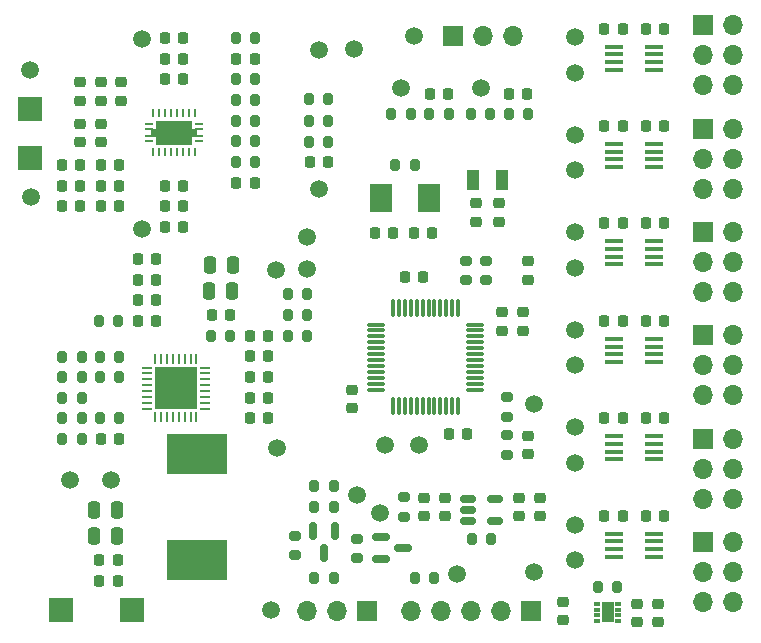
<source format=gbr>
%TF.GenerationSoftware,KiCad,Pcbnew,8.0.7*%
%TF.CreationDate,2025-01-12T17:23:01+01:00*%
%TF.ProjectId,MermaidControlUnit,4d65726d-6169-4644-936f-6e74726f6c55,rev?*%
%TF.SameCoordinates,PXb2564c0PY59d60c0*%
%TF.FileFunction,Soldermask,Top*%
%TF.FilePolarity,Negative*%
%FSLAX46Y46*%
G04 Gerber Fmt 4.6, Leading zero omitted, Abs format (unit mm)*
G04 Created by KiCad (PCBNEW 8.0.7) date 2025-01-12 17:23:01*
%MOMM*%
%LPD*%
G01*
G04 APERTURE LIST*
G04 Aperture macros list*
%AMRoundRect*
0 Rectangle with rounded corners*
0 $1 Rounding radius*
0 $2 $3 $4 $5 $6 $7 $8 $9 X,Y pos of 4 corners*
0 Add a 4 corners polygon primitive as box body*
4,1,4,$2,$3,$4,$5,$6,$7,$8,$9,$2,$3,0*
0 Add four circle primitives for the rounded corners*
1,1,$1+$1,$2,$3*
1,1,$1+$1,$4,$5*
1,1,$1+$1,$6,$7*
1,1,$1+$1,$8,$9*
0 Add four rect primitives between the rounded corners*
20,1,$1+$1,$2,$3,$4,$5,0*
20,1,$1+$1,$4,$5,$6,$7,0*
20,1,$1+$1,$6,$7,$8,$9,0*
20,1,$1+$1,$8,$9,$2,$3,0*%
%AMFreePoly0*
4,1,13,0.375000,1.525000,1.025000,1.525000,1.025000,-1.525000,0.375000,-1.525000,0.375000,-1.925000,-0.375000,-1.925000,-0.375000,-1.525000,-1.025000,-1.525000,-1.025000,1.525000,-0.375000,1.525000,-0.375000,1.925000,0.375000,1.925000,0.375000,1.525000,0.375000,1.525000,$1*%
G04 Aperture macros list end*
%ADD10R,2.000000X2.000000*%
%ADD11RoundRect,0.225000X-0.250000X0.225000X-0.250000X-0.225000X0.250000X-0.225000X0.250000X0.225000X0*%
%ADD12R,1.700000X1.700000*%
%ADD13O,1.700000X1.700000*%
%ADD14RoundRect,0.200000X-0.200000X-0.275000X0.200000X-0.275000X0.200000X0.275000X-0.200000X0.275000X0*%
%ADD15RoundRect,0.200000X0.200000X0.275000X-0.200000X0.275000X-0.200000X-0.275000X0.200000X-0.275000X0*%
%ADD16C,1.500000*%
%ADD17R,1.000000X1.800000*%
%ADD18RoundRect,0.250000X-0.250000X-0.475000X0.250000X-0.475000X0.250000X0.475000X-0.250000X0.475000X0*%
%ADD19RoundRect,0.225000X-0.225000X-0.250000X0.225000X-0.250000X0.225000X0.250000X-0.225000X0.250000X0*%
%ADD20RoundRect,0.218750X-0.256250X0.218750X-0.256250X-0.218750X0.256250X-0.218750X0.256250X0.218750X0*%
%ADD21RoundRect,0.218750X0.218750X0.256250X-0.218750X0.256250X-0.218750X-0.256250X0.218750X-0.256250X0*%
%ADD22RoundRect,0.218750X-0.218750X-0.256250X0.218750X-0.256250X0.218750X0.256250X-0.218750X0.256250X0*%
%ADD23RoundRect,0.225000X0.250000X-0.225000X0.250000X0.225000X-0.250000X0.225000X-0.250000X-0.225000X0*%
%ADD24R,0.500000X0.300000*%
%ADD25R,1.050000X1.750000*%
%ADD26RoundRect,0.250000X0.250000X0.475000X-0.250000X0.475000X-0.250000X-0.475000X0.250000X-0.475000X0*%
%ADD27RoundRect,0.225000X0.225000X0.250000X-0.225000X0.250000X-0.225000X-0.250000X0.225000X-0.250000X0*%
%ADD28R,1.600000X0.300000*%
%ADD29RoundRect,0.200000X0.275000X-0.200000X0.275000X0.200000X-0.275000X0.200000X-0.275000X-0.200000X0*%
%ADD30RoundRect,0.150000X-0.587500X-0.150000X0.587500X-0.150000X0.587500X0.150000X-0.587500X0.150000X0*%
%ADD31RoundRect,0.050400X0.249600X-0.069600X0.249600X0.069600X-0.249600X0.069600X-0.249600X-0.069600X0*%
%ADD32RoundRect,0.050400X0.069600X-0.249600X0.069600X0.249600X-0.069600X0.249600X-0.069600X-0.249600X0*%
%ADD33RoundRect,0.050000X0.250000X-0.050000X0.250000X0.050000X-0.250000X0.050000X-0.250000X-0.050000X0*%
%ADD34FreePoly0,90.000000*%
%ADD35RoundRect,0.075000X-0.075000X0.662500X-0.075000X-0.662500X0.075000X-0.662500X0.075000X0.662500X0*%
%ADD36RoundRect,0.075000X-0.662500X0.075000X-0.662500X-0.075000X0.662500X-0.075000X0.662500X0.075000X0*%
%ADD37R,1.900000X2.400000*%
%ADD38RoundRect,0.200000X-0.275000X0.200000X-0.275000X-0.200000X0.275000X-0.200000X0.275000X0.200000X0*%
%ADD39RoundRect,0.102000X-2.476500X1.587500X-2.476500X-1.587500X2.476500X-1.587500X2.476500X1.587500X0*%
%ADD40RoundRect,0.062500X-0.337500X-0.062500X0.337500X-0.062500X0.337500X0.062500X-0.337500X0.062500X0*%
%ADD41RoundRect,0.062500X-0.062500X-0.337500X0.062500X-0.337500X0.062500X0.337500X-0.062500X0.337500X0*%
%ADD42R,3.600000X3.600000*%
%ADD43RoundRect,0.150000X-0.150000X0.587500X-0.150000X-0.587500X0.150000X-0.587500X0.150000X0.587500X0*%
%ADD44RoundRect,0.150000X-0.512500X-0.150000X0.512500X-0.150000X0.512500X0.150000X-0.512500X0.150000X0*%
G04 APERTURE END LIST*
D10*
%TO.C,J4*%
X17000000Y10200000D03*
%TD*%
D11*
%TO.C,C9*%
X50100000Y35412500D03*
X50100000Y33862500D03*
%TD*%
D12*
%TO.C,J6*%
X65350000Y59725000D03*
D13*
X67890000Y59725000D03*
X65350000Y57185000D03*
X67890000Y57185000D03*
X65350000Y54645000D03*
X67890000Y54645000D03*
%TD*%
D14*
%TO.C,R30*%
X25775000Y48150000D03*
X27425000Y48150000D03*
%TD*%
D11*
%TO.C,C56*%
X61500000Y10725000D03*
X61500000Y9175000D03*
%TD*%
D15*
%TO.C,R35*%
X27425000Y53400000D03*
X25775000Y53400000D03*
%TD*%
D16*
%TO.C,TP33*%
X32800000Y45900000D03*
%TD*%
%TO.C,TP6*%
X54500000Y50450000D03*
%TD*%
%TO.C,TP34*%
X17800000Y58550000D03*
%TD*%
D17*
%TO.C,Y2*%
X48350000Y46637500D03*
X45850000Y46637500D03*
%TD*%
D12*
%TO.C,J11*%
X65350000Y15975000D03*
D13*
X67890000Y15975000D03*
X65350000Y13435000D03*
X67890000Y13435000D03*
X65350000Y10895000D03*
X67890000Y10895000D03*
%TD*%
D12*
%TO.C,J2*%
X36925000Y10175000D03*
D13*
X34385000Y10175000D03*
X31845000Y10175000D03*
%TD*%
D15*
%TO.C,R12*%
X47425000Y16200000D03*
X45775000Y16200000D03*
%TD*%
D18*
%TO.C,C60*%
X23600000Y39450000D03*
X25500000Y39450000D03*
%TD*%
D19*
%TO.C,C51*%
X25825000Y56900000D03*
X27375000Y56900000D03*
%TD*%
D16*
%TO.C,TP9*%
X54500000Y22700000D03*
%TD*%
D20*
%TO.C,D3*%
X50500000Y24987500D03*
X50500000Y23412500D03*
%TD*%
D21*
%TO.C,D8*%
X27387500Y46400000D03*
X25812500Y46400000D03*
%TD*%
D12*
%TO.C,J3*%
X44175000Y58825000D03*
D13*
X46715000Y58825000D03*
X49255000Y58825000D03*
%TD*%
D22*
%TO.C,D7*%
X17462500Y39950000D03*
X19037500Y39950000D03*
%TD*%
D21*
%TO.C,D6*%
X19037500Y38200000D03*
X17462500Y38200000D03*
%TD*%
D23*
%TO.C,C44*%
X16100000Y53350000D03*
X16100000Y54900000D03*
%TD*%
D24*
%TO.C,U11*%
X56350000Y10762500D03*
X56350000Y10262500D03*
X56350000Y9762500D03*
X56350000Y9262500D03*
X58150000Y9262500D03*
X58150000Y9762500D03*
X58150000Y10262500D03*
X58150000Y10762500D03*
D25*
X57250000Y10012500D03*
%TD*%
D16*
%TO.C,TP4*%
X54500000Y55700000D03*
%TD*%
D26*
%TO.C,C58*%
X15700000Y18700000D03*
X13800000Y18700000D03*
%TD*%
D14*
%TO.C,R34*%
X31975000Y49850000D03*
X33625000Y49850000D03*
%TD*%
D19*
%TO.C,C26*%
X60475000Y59450000D03*
X62025000Y59450000D03*
%TD*%
D14*
%TO.C,R28*%
X30175000Y35200000D03*
X31825000Y35200000D03*
%TD*%
D16*
%TO.C,TP8*%
X54500000Y47450000D03*
%TD*%
D19*
%TO.C,C16*%
X26975000Y26450000D03*
X28525000Y26450000D03*
%TD*%
%TO.C,C48*%
X19775000Y55150000D03*
X21325000Y55150000D03*
%TD*%
D16*
%TO.C,TP30*%
X8400000Y45200000D03*
%TD*%
D19*
%TO.C,C38*%
X11075000Y44400000D03*
X12625000Y44400000D03*
%TD*%
D11*
%TO.C,C12*%
X41750000Y19725000D03*
X41750000Y18175000D03*
%TD*%
D16*
%TO.C,TP11*%
X54500000Y17450000D03*
%TD*%
%TO.C,TP25*%
X15250000Y21200000D03*
%TD*%
D27*
%TO.C,C23*%
X15775000Y14450000D03*
X14225000Y14450000D03*
%TD*%
D28*
%TO.C,U8*%
X57800000Y41425000D03*
X57800000Y40775000D03*
X57800000Y40125000D03*
X57800000Y39475000D03*
X61200000Y39475000D03*
X61200000Y40125000D03*
X61200000Y40775000D03*
X61200000Y41425000D03*
%TD*%
D12*
%TO.C,J10*%
X65350000Y42225000D03*
D13*
X67890000Y42225000D03*
X65350000Y39685000D03*
X67890000Y39685000D03*
X65350000Y37145000D03*
X67890000Y37145000D03*
%TD*%
D21*
%TO.C,D4*%
X19037500Y34700000D03*
X17462500Y34700000D03*
%TD*%
D16*
%TO.C,TP10*%
X54500000Y42200000D03*
%TD*%
D29*
%TO.C,R38*%
X40000000Y18125000D03*
X40000000Y19775000D03*
%TD*%
D14*
%TO.C,R31*%
X25775000Y49900000D03*
X27425000Y49900000D03*
%TD*%
D27*
%TO.C,C33*%
X58525000Y18200000D03*
X56975000Y18200000D03*
%TD*%
D16*
%TO.C,TP2*%
X54500000Y58700000D03*
%TD*%
D19*
%TO.C,C43*%
X14325000Y47900000D03*
X15875000Y47900000D03*
%TD*%
D27*
%TO.C,C22*%
X15875000Y24700000D03*
X14325000Y24700000D03*
%TD*%
D16*
%TO.C,TP26*%
X28800000Y10200000D03*
%TD*%
D28*
%TO.C,U4*%
X57800000Y57925000D03*
X57800000Y57275000D03*
X57800000Y56625000D03*
X57800000Y55975000D03*
X61200000Y55975000D03*
X61200000Y56625000D03*
X61200000Y57275000D03*
X61200000Y57925000D03*
%TD*%
D10*
%TO.C,J12*%
X8350000Y48500000D03*
%TD*%
D27*
%TO.C,C3*%
X39125000Y42137500D03*
X37575000Y42137500D03*
%TD*%
D30*
%TO.C,D1*%
X38062500Y16400000D03*
X38062500Y14500000D03*
X39937500Y15450000D03*
%TD*%
D31*
%TO.C,U10*%
X18400000Y49900000D03*
D32*
X18800000Y49000000D03*
X19300000Y49000000D03*
X19800000Y49000000D03*
X20300000Y49000000D03*
X20800000Y49000000D03*
X21300000Y49000000D03*
X21800000Y49000000D03*
X22300000Y49000000D03*
D31*
X22700000Y49900000D03*
X22700000Y51400000D03*
D32*
X22300000Y52300000D03*
X21800000Y52300000D03*
X21300000Y52300000D03*
X20800000Y52300000D03*
X20300000Y52300000D03*
X19800000Y52300000D03*
X19300000Y52300000D03*
X18800000Y52300000D03*
D31*
X18400000Y51400000D03*
D33*
X18400000Y50375000D03*
X22700000Y50375000D03*
D34*
X20550000Y50650000D03*
D33*
X18400000Y50925000D03*
X22700000Y50925000D03*
%TD*%
D23*
%TO.C,C45*%
X14350000Y53350000D03*
X14350000Y54900000D03*
%TD*%
D21*
%TO.C,F1*%
X15787500Y12700000D03*
X14212500Y12700000D03*
%TD*%
D35*
%TO.C,U1*%
X44600000Y35800000D03*
X44100000Y35800000D03*
X43600000Y35800000D03*
X43100000Y35800000D03*
X42600000Y35800000D03*
X42100000Y35800000D03*
X41600000Y35800000D03*
X41100000Y35800000D03*
X40600000Y35800000D03*
X40100000Y35800000D03*
X39600000Y35800000D03*
X39100000Y35800000D03*
D36*
X37687500Y34387500D03*
X37687500Y33887500D03*
X37687500Y33387500D03*
X37687500Y32887500D03*
X37687500Y32387500D03*
X37687500Y31887500D03*
X37687500Y31387500D03*
X37687500Y30887500D03*
X37687500Y30387500D03*
X37687500Y29887500D03*
X37687500Y29387500D03*
X37687500Y28887500D03*
D35*
X39100000Y27475000D03*
X39600000Y27475000D03*
X40100000Y27475000D03*
X40600000Y27475000D03*
X41100000Y27475000D03*
X41600000Y27475000D03*
X42100000Y27475000D03*
X42600000Y27475000D03*
X43100000Y27475000D03*
X43600000Y27475000D03*
X44100000Y27475000D03*
X44600000Y27475000D03*
D36*
X46012500Y28887500D03*
X46012500Y29387500D03*
X46012500Y29887500D03*
X46012500Y30387500D03*
X46012500Y30887500D03*
X46012500Y31387500D03*
X46012500Y31887500D03*
X46012500Y32387500D03*
X46012500Y32887500D03*
X46012500Y33387500D03*
X46012500Y33887500D03*
X46012500Y34387500D03*
%TD*%
D37*
%TO.C,Y1*%
X42150000Y45137500D03*
X38050000Y45137500D03*
%TD*%
D16*
%TO.C,TP19*%
X40900000Y58800000D03*
%TD*%
D12*
%TO.C,J8*%
X65350000Y50975000D03*
D13*
X67890000Y50975000D03*
X65350000Y48435000D03*
X67890000Y48435000D03*
X65350000Y45895000D03*
X67890000Y45895000D03*
%TD*%
D14*
%TO.C,R23*%
X32425000Y18950000D03*
X34075000Y18950000D03*
%TD*%
D16*
%TO.C,TP23*%
X51000000Y13450000D03*
%TD*%
%TO.C,TP32*%
X35800000Y57700000D03*
%TD*%
D14*
%TO.C,R36*%
X25775000Y58650000D03*
X27425000Y58650000D03*
%TD*%
D22*
%TO.C,D5*%
X17462500Y36450000D03*
X19037500Y36450000D03*
%TD*%
D23*
%TO.C,C46*%
X12600000Y53350000D03*
X12600000Y54900000D03*
%TD*%
D15*
%TO.C,R13*%
X25325000Y33450000D03*
X23675000Y33450000D03*
%TD*%
D19*
%TO.C,C54*%
X19800000Y42650000D03*
X21350000Y42650000D03*
%TD*%
D26*
%TO.C,C59*%
X15700000Y16450000D03*
X13800000Y16450000D03*
%TD*%
D16*
%TO.C,TP22*%
X11750000Y21200000D03*
%TD*%
D19*
%TO.C,C27*%
X60475000Y34700000D03*
X62025000Y34700000D03*
%TD*%
D28*
%TO.C,U6*%
X57800000Y49675000D03*
X57800000Y49025000D03*
X57800000Y48375000D03*
X57800000Y47725000D03*
X61200000Y47725000D03*
X61200000Y48375000D03*
X61200000Y49025000D03*
X61200000Y49675000D03*
%TD*%
D19*
%TO.C,C10*%
X48925000Y53950000D03*
X50475000Y53950000D03*
%TD*%
D15*
%TO.C,R9*%
X50525000Y52200000D03*
X48875000Y52200000D03*
%TD*%
D29*
%TO.C,R5*%
X48750000Y26575000D03*
X48750000Y28225000D03*
%TD*%
D19*
%TO.C,C1*%
X40825000Y42137500D03*
X42375000Y42137500D03*
%TD*%
D16*
%TO.C,TP3*%
X54500000Y33950000D03*
%TD*%
%TO.C,TP20*%
X39750000Y54450000D03*
%TD*%
D19*
%TO.C,C31*%
X60475000Y26450000D03*
X62025000Y26450000D03*
%TD*%
%TO.C,C52*%
X19800000Y46150000D03*
X21350000Y46150000D03*
%TD*%
D16*
%TO.C,TP1*%
X36000000Y19950000D03*
%TD*%
D38*
%TO.C,R7*%
X45250000Y39775000D03*
X45250000Y38125000D03*
%TD*%
D19*
%TO.C,C36*%
X11075000Y47900000D03*
X12625000Y47900000D03*
%TD*%
D15*
%TO.C,R40*%
X33625000Y53450000D03*
X31975000Y53450000D03*
%TD*%
D19*
%TO.C,C30*%
X60475000Y51200000D03*
X62025000Y51200000D03*
%TD*%
%TO.C,C18*%
X26975000Y28200000D03*
X28525000Y28200000D03*
%TD*%
D16*
%TO.C,TP12*%
X54500000Y39200000D03*
%TD*%
D15*
%TO.C,R6*%
X42575000Y12900000D03*
X40925000Y12900000D03*
%TD*%
D39*
%TO.C,L1*%
X22500000Y23458000D03*
X22500000Y14442000D03*
%TD*%
D38*
%TO.C,R3*%
X48750000Y25025000D03*
X48750000Y23375000D03*
%TD*%
D27*
%TO.C,C6*%
X45375000Y25137500D03*
X43825000Y25137500D03*
%TD*%
D15*
%TO.C,R21*%
X15925000Y26450000D03*
X14275000Y26450000D03*
%TD*%
D11*
%TO.C,C7*%
X48350000Y35412500D03*
X48350000Y33862500D03*
%TD*%
D16*
%TO.C,TP15*%
X51000000Y27700000D03*
%TD*%
D29*
%TO.C,R24*%
X30750000Y14875000D03*
X30750000Y16525000D03*
%TD*%
D19*
%TO.C,C34*%
X60475000Y42950000D03*
X62025000Y42950000D03*
%TD*%
D16*
%TO.C,TP28*%
X31800000Y41800000D03*
%TD*%
%TO.C,TP18*%
X46500000Y54450000D03*
%TD*%
D14*
%TO.C,R39*%
X56425000Y12200000D03*
X58075000Y12200000D03*
%TD*%
D19*
%TO.C,C20*%
X26975000Y33450000D03*
X28525000Y33450000D03*
%TD*%
D23*
%TO.C,C39*%
X12600000Y49850000D03*
X12600000Y51400000D03*
%TD*%
D15*
%TO.C,R15*%
X12725000Y28200000D03*
X11075000Y28200000D03*
%TD*%
D16*
%TO.C,TP36*%
X17800000Y42450000D03*
%TD*%
D28*
%TO.C,U5*%
X57800000Y33175000D03*
X57800000Y32525000D03*
X57800000Y31875000D03*
X57800000Y31225000D03*
X61200000Y31225000D03*
X61200000Y31875000D03*
X61200000Y32525000D03*
X61200000Y33175000D03*
%TD*%
D29*
%TO.C,R1*%
X36000000Y14625000D03*
X36000000Y16275000D03*
%TD*%
D27*
%TO.C,C29*%
X58525000Y26450000D03*
X56975000Y26450000D03*
%TD*%
D16*
%TO.C,TP31*%
X8350000Y55900000D03*
%TD*%
%TO.C,TP24*%
X29250000Y23950000D03*
%TD*%
D14*
%TO.C,R29*%
X30175000Y33450000D03*
X31825000Y33450000D03*
%TD*%
D19*
%TO.C,C8*%
X40075000Y38387500D03*
X41625000Y38387500D03*
%TD*%
D16*
%TO.C,TP5*%
X54500000Y30950000D03*
%TD*%
D19*
%TO.C,C17*%
X23725000Y35200000D03*
X25275000Y35200000D03*
%TD*%
D14*
%TO.C,R32*%
X25775000Y51650000D03*
X27425000Y51650000D03*
%TD*%
D15*
%TO.C,R11*%
X43825000Y52200000D03*
X42175000Y52200000D03*
%TD*%
D19*
%TO.C,C11*%
X42225000Y53950000D03*
X43775000Y53950000D03*
%TD*%
D16*
%TO.C,TP17*%
X41250000Y24200000D03*
%TD*%
D28*
%TO.C,U7*%
X57800000Y24925000D03*
X57800000Y24275000D03*
X57800000Y23625000D03*
X57800000Y22975000D03*
X61200000Y22975000D03*
X61200000Y23625000D03*
X61200000Y24275000D03*
X61200000Y24925000D03*
%TD*%
D15*
%TO.C,R17*%
X12725000Y31675000D03*
X11075000Y31675000D03*
%TD*%
D19*
%TO.C,C49*%
X19775000Y56900000D03*
X21325000Y56900000D03*
%TD*%
D15*
%TO.C,R18*%
X15925000Y29975000D03*
X14275000Y29975000D03*
%TD*%
D27*
%TO.C,C25*%
X58525000Y34700000D03*
X56975000Y34700000D03*
%TD*%
D23*
%TO.C,C5*%
X35600000Y27325000D03*
X35600000Y28875000D03*
%TD*%
D14*
%TO.C,R22*%
X32425000Y12950000D03*
X34075000Y12950000D03*
%TD*%
D18*
%TO.C,C61*%
X23550000Y37200000D03*
X25450000Y37200000D03*
%TD*%
D27*
%TO.C,C32*%
X58525000Y42950000D03*
X56975000Y42950000D03*
%TD*%
%TO.C,C28*%
X58525000Y51200000D03*
X56975000Y51200000D03*
%TD*%
D16*
%TO.C,TP14*%
X44500000Y13300000D03*
%TD*%
D12*
%TO.C,J7*%
X65350000Y33475000D03*
D13*
X67890000Y33475000D03*
X65350000Y30935000D03*
X67890000Y30935000D03*
X65350000Y28395000D03*
X67890000Y28395000D03*
%TD*%
D19*
%TO.C,C35*%
X60475000Y18200000D03*
X62025000Y18200000D03*
%TD*%
D15*
%TO.C,R14*%
X12725000Y24700000D03*
X11075000Y24700000D03*
%TD*%
D16*
%TO.C,TP7*%
X54500000Y25700000D03*
%TD*%
D23*
%TO.C,C40*%
X14350000Y49850000D03*
X14350000Y51400000D03*
%TD*%
D10*
%TO.C,J13*%
X8350000Y52600000D03*
%TD*%
D19*
%TO.C,C21*%
X26975000Y31700000D03*
X28525000Y31700000D03*
%TD*%
D27*
%TO.C,C47*%
X33575000Y48150000D03*
X32025000Y48150000D03*
%TD*%
D19*
%TO.C,C50*%
X19775000Y58650000D03*
X21325000Y58650000D03*
%TD*%
D15*
%TO.C,R4*%
X40925000Y47887500D03*
X39275000Y47887500D03*
%TD*%
%TO.C,R19*%
X12725000Y29950000D03*
X11075000Y29950000D03*
%TD*%
D40*
%TO.C,U3*%
X18250000Y30750000D03*
X18250000Y30250000D03*
X18250000Y29750000D03*
X18250000Y29250000D03*
X18250000Y28750000D03*
X18250000Y28250000D03*
X18250000Y27750000D03*
X18250000Y27250000D03*
D41*
X18950000Y26550000D03*
X19450000Y26550000D03*
X19950000Y26550000D03*
X20450000Y26550000D03*
X20950000Y26550000D03*
X21450000Y26550000D03*
X21950000Y26550000D03*
X22450000Y26550000D03*
D40*
X23150000Y27250000D03*
X23150000Y27750000D03*
X23150000Y28250000D03*
X23150000Y28750000D03*
X23150000Y29250000D03*
X23150000Y29750000D03*
X23150000Y30250000D03*
X23150000Y30750000D03*
D41*
X22450000Y31450000D03*
X21950000Y31450000D03*
X21450000Y31450000D03*
X20950000Y31450000D03*
X20450000Y31450000D03*
X19950000Y31450000D03*
X19450000Y31450000D03*
X18950000Y31450000D03*
D42*
X20700000Y29000000D03*
%TD*%
D16*
%TO.C,TP21*%
X38000000Y18450000D03*
%TD*%
D23*
%TO.C,C4*%
X46100000Y43112500D03*
X46100000Y44662500D03*
%TD*%
D10*
%TO.C,J5*%
X11000000Y10200000D03*
%TD*%
D16*
%TO.C,TP16*%
X38400000Y24200000D03*
%TD*%
D19*
%TO.C,C42*%
X14325000Y46150000D03*
X15875000Y46150000D03*
%TD*%
D11*
%TO.C,C15*%
X51500000Y19725000D03*
X51500000Y18175000D03*
%TD*%
D12*
%TO.C,J1*%
X50775000Y10175000D03*
D13*
X48235000Y10175000D03*
X45695000Y10175000D03*
X43155000Y10175000D03*
X40615000Y10175000D03*
%TD*%
D16*
%TO.C,TP13*%
X54500000Y14450000D03*
%TD*%
D15*
%TO.C,R10*%
X40575000Y52200000D03*
X38925000Y52200000D03*
%TD*%
%TO.C,R37*%
X27425000Y55150000D03*
X25775000Y55150000D03*
%TD*%
D19*
%TO.C,C37*%
X11075000Y46150000D03*
X12625000Y46150000D03*
%TD*%
D12*
%TO.C,J9*%
X65350000Y24725000D03*
D13*
X67890000Y24725000D03*
X65350000Y22185000D03*
X67890000Y22185000D03*
X65350000Y19645000D03*
X67890000Y19645000D03*
%TD*%
D15*
%TO.C,R33*%
X33625000Y51650000D03*
X31975000Y51650000D03*
%TD*%
D11*
%TO.C,C55*%
X59750000Y10725000D03*
X59750000Y9175000D03*
%TD*%
D19*
%TO.C,C53*%
X19775000Y44400000D03*
X21325000Y44400000D03*
%TD*%
D20*
%TO.C,D2*%
X50500000Y39737500D03*
X50500000Y38162500D03*
%TD*%
D15*
%TO.C,R16*%
X15900000Y31675000D03*
X14250000Y31675000D03*
%TD*%
%TO.C,R20*%
X12725000Y26450000D03*
X11075000Y26450000D03*
%TD*%
D43*
%TO.C,Q1*%
X34200000Y16887500D03*
X32300000Y16887500D03*
X33250000Y15012500D03*
%TD*%
D15*
%TO.C,R25*%
X34075000Y20700000D03*
X32425000Y20700000D03*
%TD*%
D14*
%TO.C,R27*%
X30175000Y36950000D03*
X31825000Y36950000D03*
%TD*%
D11*
%TO.C,C14*%
X49750000Y19725000D03*
X49750000Y18175000D03*
%TD*%
%TO.C,C57*%
X53475000Y10900000D03*
X53475000Y9350000D03*
%TD*%
D27*
%TO.C,C24*%
X58525000Y59450000D03*
X56975000Y59450000D03*
%TD*%
D16*
%TO.C,TP29*%
X29200000Y39000000D03*
%TD*%
%TO.C,TP35*%
X32800000Y57650000D03*
%TD*%
D11*
%TO.C,C13*%
X43500000Y19725000D03*
X43500000Y18175000D03*
%TD*%
D29*
%TO.C,R2*%
X47000000Y38125000D03*
X47000000Y39775000D03*
%TD*%
D28*
%TO.C,U9*%
X57800000Y16675000D03*
X57800000Y16025000D03*
X57800000Y15375000D03*
X57800000Y14725000D03*
X61200000Y14725000D03*
X61200000Y15375000D03*
X61200000Y16025000D03*
X61200000Y16675000D03*
%TD*%
D19*
%TO.C,C19*%
X26975000Y29950000D03*
X28525000Y29950000D03*
%TD*%
D44*
%TO.C,U2*%
X45462500Y19650000D03*
X45462500Y18700000D03*
X45462500Y17750000D03*
X47737500Y17750000D03*
X47737500Y19650000D03*
%TD*%
D16*
%TO.C,TP27*%
X31800000Y39100000D03*
%TD*%
D19*
%TO.C,C41*%
X14325000Y44400000D03*
X15875000Y44400000D03*
%TD*%
D23*
%TO.C,C2*%
X48100000Y43112500D03*
X48100000Y44662500D03*
%TD*%
D14*
%TO.C,R26*%
X14175000Y34700000D03*
X15825000Y34700000D03*
%TD*%
D15*
%TO.C,R8*%
X47325000Y52200000D03*
X45675000Y52200000D03*
%TD*%
M02*

</source>
